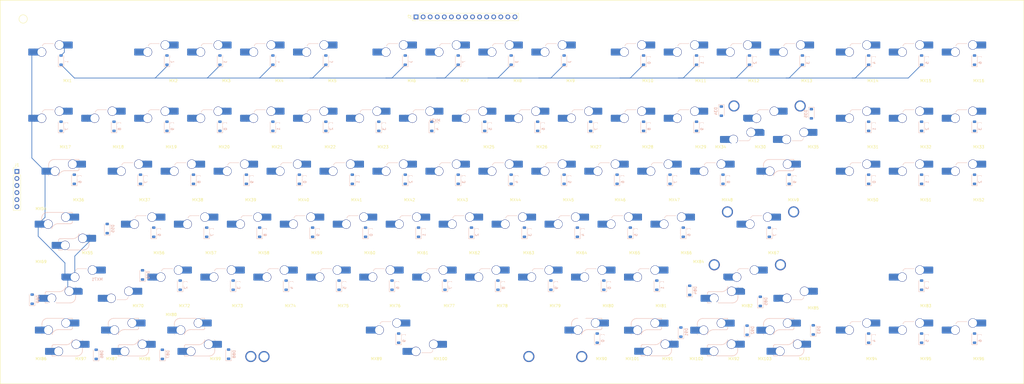
<source format=kicad_pcb>
(kicad_pcb (version 20221018) (generator pcbnew)
  (layers (0 "F.Cu" signal) (31 "B.Cu" signal) (34 "B.Paste" user) (35 "F.Paste" user) (36 "B.SilkS" user "B.Silkscreen") (37 "F.SilkS" user "F.Silkscreen") (38 "B.Mask" user) (39 "F.Mask" user) (44 "Edge.Cuts" user))
  (net 0 "")
  (net 1 "Net-(D1-A)")
  (net 2 "Net-(D2-A)")
  (net 3 "Net-(D3-A)")
  (net 4 "Net-(D4-A)")
  (net 5 "Net-(D5-A)")
  (net 6 "Net-(D6-A)")
  (net 7 "Net-(D7-A)")
  (net 8 "Net-(D8-A)")
  (net 9 "Net-(D9-A)")
  (net 10 "Net-(D10-A)")
  (net 11 "Net-(D11-A)")
  (net 12 "Net-(D12-A)")
  (net 13 "Net-(D13-A)")
  (net 14 "Net-(D14-A)")
  (net 15 "Net-(D15-A)")
  (net 16 "Net-(D16-A)")
  (net 17 "col_11")
  (net 18 "Net-(D17-A)")
  (net 19 "Net-(D18-A)")
  (net 20 "Net-(D19-A)")
  (net 21 "Net-(D20-A)")
  (net 22 "Net-(D21-A)")
  (net 23 "Net-(D22-A)")
  (net 24 "Net-(D23-A)")
  (net 25 "Net-(D24-A)")
  (net 26 "Net-(D25-A)")
  (net 27 "Net-(D26-A)")
  (net 28 "Net-(D27-A)")
  (net 29 "Net-(D28-A)")
  (net 30 "Net-(D29-A)")
  (net 31 "Net-(D31-A)")
  (net 32 "Net-(D32-A)")
  (net 33 "Net-(D33-A)")
  (net 34 "Net-(D34-A)")
  (net 35 "Net-(D35-A)")
  (net 36 "col_12")
  (net 37 "Net-(D36-A)")
  (net 38 "Net-(D37-A)")
  (net 39 "Net-(D38-A)")
  (net 40 "Net-(D39-A)")
  (net 41 "Net-(D40-A)")
  (net 42 "Net-(D41-A)")
  (net 43 "Net-(D42-A)")
  (net 44 "Net-(D43-A)")
  (net 45 "Net-(D44-A)")
  (net 46 "Net-(D45-A)")
  (net 47 "Net-(D46-A)")
  (net 48 "Net-(D47-A)")
  (net 49 "Net-(D48-A)")
  (net 50 "Net-(D49-A)")
  (net 51 "Net-(D50-A)")
  (net 52 "Net-(D51-A)")
  (net 53 "Net-(D52-A)")
  (net 54 "Net-(D55-A)")
  (net 55 "Net-(D56-A)")
  (net 56 "Net-(D57-A)")
  (net 57 "Net-(D58-A)")
  (net 58 "Net-(D59-A)")
  (net 59 "Net-(D60-A)")
  (net 60 "Net-(D61-A)")
  (net 61 "Net-(D62-A)")
  (net 62 "Net-(D63-A)")
  (net 63 "Net-(D64-A)")
  (net 64 "Net-(D65-A)")
  (net 65 "Net-(D66-A)")
  (net 66 "Net-(D67-A)")
  (net 67 "col_14")
  (net 68 "Net-(D69-A)")
  (net 69 "Net-(D70-A)")
  (net 70 "Net-(D72-A)")
  (net 71 "Net-(D73-A)")
  (net 72 "Net-(D74-A)")
  (net 73 "Net-(D75-A)")
  (net 74 "Net-(D76-A)")
  (net 75 "Net-(D77-A)")
  (net 76 "Net-(D78-A)")
  (net 77 "Net-(D79-A)")
  (net 78 "Net-(D80-A)")
  (net 79 "Net-(D81-A)")
  (net 80 "Net-(D83-A)")
  (net 81 "Net-(D84-A)")
  (net 82 "Net-(D85-A)")
  (net 83 "Net-(D86-A)")
  (net 84 "Net-(D87-A)")
  (net 85 "Net-(D88-A)")
  (net 86 "Net-(D89-A)")
  (net 87 "Net-(D90-A)")
  (net 88 "Net-(D91-A)")
  (net 89 "Net-(D92-A)")
  (net 90 "Net-(D93-A)")
  (net 91 "Net-(D94-A)")
  (net 92 "Net-(D95-A)")
  (net 93 "Net-(D96-A)")
  (net 94 "col_1")
  (net 95 "col_2")
  (net 96 "col_3")
  (net 97 "col_0")
  (net 98 "col_7")
  (net 99 "row_0")
  (net 100 "row_1")
  (net 101 "row_2")
  (net 102 "row_3")
  (net 103 "row_5")
  (net 104 "row_4")
  (net 105 "col_4")
  (net 106 "col_5")
  (net 107 "col_6")
  (net 108 "col_8")
  (net 109 "col_9")
  (net 110 "col_10")
  (net 111 "col_13")
  (footprint "marbastlib-mx:STAB_MX_P_6.25u" (layer "F.Cu") (at 210.42 159.68875 180)
    (fp_text reference "S2" hide)
    (fp_text value "Space_Stab_6.5U")
  )
  (footprint "marbastlib-mx:STAB_MX_P_7u" (layer "F.Cu") (at 222.30875 159.7175 180)
    (fp_text reference "S3" hide)
    (fp_text value "Space_Stab_7U")
  )
  (footprint "Connector_PinHeader_2.54mm:PinHeader_1x15_P2.54mm_Vertical" (layer "F.Cu") (at 219.85 44.5 90)
    (fp_text reference "J2")
    (fp_text value "Connector")
  )
  (footprint "marbastlib-mx:STAB_MX_P_2u" (layer "F.Cu") (at 346.1225 83.52875)
    (fp_text reference "S6" hide)
    (fp_text value "BCkSpace_Stab")
  )
  (footprint "marbastlib-mx:STAB_MX_P_2.75u" (layer "F.Cu") (at 339.03 140.66875)
    (fp_text reference "S4" hide)
    (fp_text value "RShift_Stab")
  )
  (footprint "marbastlib-mx:STAB_MX_2.25u" (layer "F.Cu") (at 100.87625 140.6518)
    (fp_text reference "S1" hide)
    (fp_text value "LShift_Stab")
  )
  (footprint "marbastlib-mx:STAB_MX_P_2.25u" (layer "F.Cu") (at 343.78 121.62875)
    (fp_text reference "S5" hide)
    (fp_text value "Enter_Stab")
  )
  (footprint "Connector_PinHeader_2.54mm:PinHeader_1x06_P2.54mm_Vertical" (layer "F.Cu") (at 76.25 100.09)
    (fp_text reference "J1")
    (fp_text value "Connector")
  )
  (footprint "Diode_SMD:D_SOD-123" (layer "B.Cu") (at 104.775 165.89375 90)
    (fp_text reference "D86")
    (fp_text value "D_Small")
  )
  (footprint "Diode_SMD:D_SOD-123" (layer "B.Cu") (at 154.05625 141.01375 90)
    (fp_text reference "D73")
    (fp_text value "D_Small")
  )
  (footprint "marbastlib-mx:SW_MX_HS_S_1u" (layer "B.Cu") (at 117.55375 102.5525 180)
    (fp_text reference "MX37")
    (fp_text value "Q" hide)
  )
  (footprint "Diode_SMD:D_SOD-123" (layer "B.Cu") (at 362.06625 79.34625 -90)
    (fp_text reference "D35")
    (fp_text value "D_Small")
  )
  (footprint "marbastlib-mx:SW_MX_HS_S_1u" (layer "B.Cu") (at 260.42875 83.5025 180)
    (fp_text reference "MX26")
    (fp_text value "9" hide)
  )
  (footprint "marbastlib-mx:SW_MX_HS_1.5u" (layer "B.Cu") (at 327.11625 159.74375 180)
    (fp_text reference "MX102")
    (fp_text value "RClk1" hide)
  )
  (footprint "marbastlib-mx:SW_MX_HS_S_1u" (layer "B.Cu") (at 284.24125 140.6525 180)
    (fp_text reference "MX80")
    (fp_text value "." hide)
  )
  (footprint "marbastlib-mx:SW_MX_HS_S_1u" (layer "B.Cu") (at 222.34125 159.74375)
    (fp_text reference "MX100")
    (fp_text value "Space2" hide)
  )
  (footprint "Diode_SMD:D_SOD-123" (layer "B.Cu") (at 268.35625 141.01375 90)
    (fp_text reference "D79")
    (fp_text value "D_Small")
  )
  (footprint "marbastlib-mx:SW_MX_HS_S_1u" (layer "B.Cu") (at 198.51625 121.6025 180)
    (fp_text reference "MX60")
    (fp_text value "G" hide)
  )
  (footprint "Diode_SMD:D_SOD-123" (layer "B.Cu") (at 263.59375 83.86375 90)
    (fp_text reference "D26")
    (fp_text value "D_Small")
  )
  (footprint "Diode_SMD:D_SOD-123" (layer "B.Cu") (at 182.63125 121.96375 90)
    (fp_text reference "D59")
    (fp_text value "D_Small")
  )
  (footprint "Diode_SMD:D_SOD-123" (layer "B.Cu") (at 285.025 160.06375 90)
    (fp_text reference "D90")
    (fp_text value "D_Small")
  )
  (footprint "marbastlib-mx:SW_MX_HS_S_1u" (layer "B.Cu") (at 417.59125 102.5525 180)
    (fp_text reference "MX52")
    (fp_text value "PGDN" hide)
  )
  (footprint "marbastlib-mx:SW_MX_HS_1.25u" (layer "B.Cu") (at 329.485 159.7025)
    (fp_text reference "MX92")
    (fp_text value "RClk1" hide)
  )
  (footprint "marbastlib-mx:SW_MX_HS_S_1u" (layer "B.Cu") (at 169.94125 140.6525 180)
    (fp_text reference "MX74")
    (fp_text value "C" hide)
  )
  (footprint "Diode_SMD:D_SOD-123" (layer "B.Cu") (at 301.69375 83.86375 90)
    (fp_text reference "D28")
    (fp_text value "D_Small")
  )
  (footprint "marbastlib-mx:SW_MX_HS_S_1u" (layer "B.Cu") (at 100.885 140.6525 180)
    (fp_text reference "MX71")
    (fp_text value "LShift2" hide)
  )
  (footprint "Diode_SMD:D_SOD-123" (layer "B.Cu") (at 420.75625 160.06375 90)
    (fp_text reference "D96")
    (fp_text value "D_Small")
  )
  (footprint "marbastlib-mx:SW_MX_HS_S_1u" (layer "B.Cu") (at 112.7125 140.6525)
    (fp_text reference "MX70")
    (fp_text value "LShift1" hide)
  )
  (footprint "Diode_SMD:D_SOD-123" (layer "B.Cu") (at 292.16875 102.91375 90)
    (fp_text reference "D46")
    (fp_text value "D_Small")
  )
  (footprint "marbastlib-mx:SW_MX_HS_S_1u" (layer "B.Cu") (at 289.00375 102.5525 180)
    (fp_text reference "MX46")
    (fp_text value "P" hide)
  )
  (footprint "marbastlib-mx:SW_MX_HS_S_1u" (layer "B.Cu") (at 165.17875 83.5025 180)
    (fp_text reference "MX21")
    (fp_text value "4" hide)
  )
  (footprint "Diode_SMD:D_SOD-123" (layer "B.Cu") (at 296.93125 121.96375 90)
    (fp_text reference "D65")
    (fp_text value "D_Small")
  )
  (footprint "Diode_SMD:D_SOD-123" (layer "B.Cu") (at 273.11875 102.91375 90)
    (fp_text reference "D45")
    (fp_text value "D_Small")
  )
  (footprint "Diode_SMD:D_SOD-123" (layer "B.Cu") (at 173.10625 141.01375 90)
    (fp_text reference "D74")
    (fp_text value "D_Small")
  )
  (footprint "marbastlib-mx:SW_MX_HS_S_1u" (layer "B.Cu") (at 317.57875 83.5025 180)
    (fp_text reference "MX29")
    (fp_text value "=" hide)
  )
  (footprint "marbastlib-mx:SW_MX_HS_S_1u" (layer "B.Cu") (at 379.49125 159.7025 180)
    (fp_text reference "MX94")
    (fp_text value "ArrowL" hide)
  )
  (footprint "marbastlib-mx:SW_MX_HS_S_1u" (layer "B.Cu") (at 141.36625 121.6025 180)
    (fp_text reference "MX57")
    (fp_text value "S" hide)
  )
  (footprint "Diode_SMD:D_SOD-123" (layer "B.Cu") (at 315.98125 121.96375 90)
    (fp_text reference "D66")
    (fp_text value "D_Small")
  )
  (footprint "marbastlib-mx:SW_MX_HS_S_1u" (layer "B.Cu") (at 255.66625 121.6025 180)
    (fp_text reference "MX63")
    (fp_text value "K" hide)
  )
  (footprint "Diode_SMD:D_SOD-123" (layer "B.Cu") (at 108.74375 120.65 90)
    (fp_text reference "D55")
    (fp_text value "D_Small")
  )
  (footprint "Diode_SMD:D_SOD-123" (layer "B.Cu") (at 306.45625 141.01375 90)
    (fp_text reference "D81")
    (fp_text value "D_Small")
  )
  (footprint "marbastlib-mx:SW_MX_HS_S_1u" (layer "B.Cu") (at 155.65375 102.5525 180)
    (fp_text reference "MX39")
    (fp_text value "E" hide)
  )
  (footprint "Diode_SMD:D_SOD-123" (layer "B.Cu") (at 235.01875 60.05125 90)
    (fp_text reference "D7")
    (fp_text value "D_Small")
  )
  (footprint "Diode_SMD:D_SOD-123" (layer "B.Cu") (at 130.24375 83.86375 90)
    (fp_text reference "D19")
    (fp_text value "D_Small")
  )
  (footprint "marbastlib-mx:SW_MX_HS_S_1u" (layer "B.Cu") (at 203.27875 83.5025 180)
    (fp_text reference "MX23")
    (fp_text value "6" hide)
  )
  (footprint "Diode_SMD:D_SOD-123" (layer "B.Cu") (at 235.01875 102.91375 90)
    (fp_text reference "D43")
    (fp_text value "D_Small")
  )
  (footprint "marbastlib-mx:SW_MX_HS_S_1u" (layer "B.Cu") (at 136.60375 102.5525 180)
    (fp_text reference "MX38")
    (fp_text value "W" hide)
  )
  (footprint "marbastlib-mx:SW_MX_HS_S_1u" (layer "B.Cu") (at 417.59125 59.69 180)
    (fp_text reference "MX16")
    (fp_text value "Pa/Br" hide)
  )
  (footprint "marbastlib-mx:SW_MX_HS_S_1u" (layer "B.Cu") (at 210.4225 159.7025 180)
    (fp_text reference "MX89")
    (fp_text value "Space1" hide)
  )
  (footprint "marbastlib-mx:SW_MX_HS_S_1u" (layer "B.Cu") (at 417.59125 83.5025 180)
    (fp_text reference "MX33")
    (fp_text value "PGUP" hide)
  )
  (footprint "marbastlib-mx:SW_MX_HS_S_1u" (layer "B.Cu") (at 88.97875 59.69 180)
    (fp_text reference "MX1")
    (fp_text value "ESC" hide)
  )
  (footprint "Diode_SMD:D_SOD-123" (layer "B.Cu") (at 163.58125 121.96375 90)
    (fp_text reference "D58")
    (fp_text value "D_Small")
  )
  (footprint "marbastlib-mx:SW_MX_HS_S_1u" (layer "B.Cu") (at 222.32875 83.5025 180)
    (fp_text reference "MX24")
    (fp_text value "7" hide)
  )
  (footprint "marbastlib-mx:SW_MX_HS_S_1u" (layer "B.Cu") (at 146.12875 59.69 180)
    (fp_text reference "MX3")
    (fp_text value "F2" hide)
  )
  (footprint "Diode_SMD:D_SOD-123" (layer "B.Cu") (at 258.83125 121.96375 90)
    (fp_text reference "D63")
    (fp_text value "D_Small")
  )
  (footprint "marbastlib-mx:SW_MX_HS_1.25u" (layer "B.Cu") (at 115.1725 159.7025 180)
    (fp_text reference "MX87")
    (fp_text value "Start1" hide)
  )
  (footprint "marbastlib-mx:SW_MX_HS_S_1u" (layer "B.Cu") (at 188.99125 140.6525 180)
    (fp_text reference "MX75")
    (fp_text value "V" hide)
  )
  (footprint "marbastlib-mx:SW_MX_HS_S_1u" (layer "B.Cu") (at 308.05375 102.5525 180)
    (fp_text reference "MX47")
    (fp_text value "[" hide)
  )
  (footprint "marbastlib-mx:SW_MX_HS_S_1u" (layer "B.Cu") (at 398.54125 159.7025 180)
    (fp_text reference "MX95")
    (fp_text value "ArrowD" hide)
  )
  (footprint "marbastlib-mx:SW_MX_HS_S_1u" (layer "B.Cu") (at 179.46625 121.6025 180)
    (fp_text reference "MX59")
    (fp_text value "F" hide)
  )
  (footprint "Diode_SMD:D_SOD-123" (layer "B.Cu") (at 311.21875 102.91375 90)
    (fp_text reference "D47")
    (fp_text value "D_Small")
  )
  (footprint "marbastlib-mx:SW_MX_HS_S_1u" (layer "B.Cu") (at 398.54125 59.69 180)
    (fp_text reference "MX15")
    (fp_text value "SCRLK" hide)
  )
  (footprint "Diode_SMD:D_SOD-123" (layer "B.Cu") (at 249.30625 141.01375 90)
    (fp_text reference "D78")
    (fp_text value "D_Small")
  )
  (footprint "marbastlib-mx:SW_MX_HS_S_1u" (layer "B.Cu") (at 127.07875 59.69 180)
    (fp_text reference "MX2")
    (fp_text value "F1" hide)
  )
  (footprint "marbastlib-mx:SW_MX_HS_S_1u" (layer "B.Cu") (at 327.10375 102.5525 180)
    (fp_text reference "MX48")
    (fp_text value "]" hide)
  )
  (footprint "Diode_SMD:D_SOD-123" (layer "B.Cu") (at 382.65625 83.86375 90)
    (fp_text reference "D31")
    (fp_text value "D_Small")
  )
  (footprint "Diode_SMD:D_SOD-123" (layer "B.Cu") (at 401.70625 141.01375 90)
    (fp_text reference "D83")
    (fp_text value "D_Small")
  )
  (footprint "Diode_SMD:D_SOD-123" (layer "B.Cu") (at 215.96875 60.05125 90)
    (fp_text reference "D6")
    (fp_text value "D_Small")
  )
  (footprint "marbastlib-mx:SW_MX_HS_1.5u" (layer "B.Cu") (at 350.92875 159.74375 180)
    (fp_text reference "MX103")
    (fp_text value "RCtrl2" hide)
  )
  (footprint "marbastlib-mx:SW_MX_HS_S_1u" (layer "B.Cu") (at 293.76625 121.6025 180)
    (fp_text reference "MX65")
    (fp_text value ";" hide)
  )
  (footprint "Diode_SMD:D_SOD-123" (layer "B.Cu") (at 125.48125 121.96375 90)
    (fp_text reference "D56")
    (fp_text value "D_Small")
  )
  (footprint "marbastlib-mx:SW_MX_HS_S_1u" (layer "B.Cu") (at 88.97875 83.5025 180)
    (fp_text reference "MX17")
    (fp_text value "_~_" hide)
  )
  (footprint "Diode_SMD:D_SOD-123" (layer "B.Cu") (at 346.9375 121.96375 90)
    (fp_text reference "D67")
    (fp_text value "D_Small")
  )
  (footprint "Diode_SMD:D_SOD-123" (layer "B.Cu") (at 277.88125 121.96375 90)
    (fp_text reference "D64")
    (fp_text value "D_Small")
  )
  (footprint "Diode_SMD:D_SOD-123" (layer "B.Cu") (at 120.71875 102.91375 90)
    (fp_text reference "D37")
    (fp_text value "D_Small")
  )
  (footprint "marbastlib-mx:SW_MX_HS_S_1u" (layer "B.Cu") (at 122.31625 121.6025 180)
    (fp_text reference "MX56")
    (fp_text value "A" hide)
  )
  (footprint "marbastlib-mx:SW_MX_HS_S_1u" (layer "B.Cu") (at 193.75375 102.5525 180)
    (fp_text reference "MX41")
    (fp_text value "T" hide)
  )
  (footprint "marbastlib-mx:SW_MX_HS_S_1u" (layer "B.Cu") (at 217.56625 121.6025 180)
    (fp_text reference "MX61")
    (fp_text value "H" hide)
  )
  (footprint "Diode_SMD:D_SOD-123" (layer "B.Cu") (at 168.34375 83.86375 90)
    (fp_text reference "D21")
    (fp_text value "D_Small")
  )
  (footprint "marbastlib-mx:SW_MX_HS_S_1u" (layer "B.Cu") (at 379.49125 83.5025 180)
    (fp_text reference "MX31")
    (fp_text value "Ins" hide)
  )
  (footprint "marbastlib-mx:SW_MX_HS_1.25u" (layer "B.Cu") (at 305.6725 159.7025)
    (fp_text reference "MX91")
    (fp_text value "Menu1" hide)
  )
  (footprint "Diode_SMD:D_SOD-123" (layer "B.Cu") (at 401.70625 60.05125 90)
    (fp_text reference "D15")
    (fp_text value "D_Small")
  )
  (footprint "Diode_SMD:D_SOD-123" (layer "B.Cu") (at 401.70625 102.91375 90)
    (fp_text reference "D51")
    (fp_text value "D_Small")
  )
  (footprint "marbastlib-mx:SW_MX_HS_S_1u" (layer "B.Cu") (at 160.41625 121.6025 180)
    (fp_text reference "MX58")
    (fp_text value "D" hide)
  )
  (footprint "marbastlib-mx:SW_MX_HS_S_1u" (layer "B.Cu") (at 343.7725 121.6025 180)
    (fp_text reference "MX67")
    (fp_text value "Enter" hide)
  )
  (footprint "Diode_SMD:D_SOD-123" (layer "B.Cu") (at 81.75625 146.05 90)
    (fp_text reference "D69")
    (fp_text value "D_Small")
  )
  (footprint "Diode_SMD:D_SOD-123" (layer "B.Cu") (at 149.29375 60.05125 90)
    (fp_text reference "D3")
    (fp_text value "D_Small")
  )
  (footprint "marbastlib-mx:SW_MX_HS_1.75u_STP_1.25" (layer "B.Cu") (at 91.28125 121.6025 180)
    (fp_text reference "MX54")
    (fp_text value "Caps1" hide)
  )
  (footprint "Diode_SMD:D_SOD-123" (layer "B.Cu") (at 401.70625 83.86375 90)
    (fp_text reference "D32")
    (fp_text value "D_Small")
  )
  (footprint "Diode_SMD:D_SOD-123" (layer "B.Cu") (at 135.00625 141.01375 90)
    (fp_text reference "D72")
    (fp_text value "D_Small")
  )
  (footprint "marbastlib-mx:SW_MX_HS_S_1u" (layer "B.Cu") (at 346.15375 83.5025 180)
    (fp_text reference "MX30")
    (fp_text value "B.Spac2" hide)
  )
  (footprint "marbastlib-mx:SW_MX_HS_S_1u" (layer "B.Cu") (at 417.59125 159.7025 180)
    (fp_text reference "MX96")
    (fp_text value "ArrowR" hide)
  )
  (footprint "marbastlib-mx:SW_MX_HS_S_1u" (layer "B.Cu") (at 274.71625 121.6025 180)
    (fp_text reference "MX64")
    (fp_text value "L" hide)
  )
  (footprint "marbastlib-mx:SW_MX_HS_S_1u" (layer "B.Cu") (at 265.19125 140.6525 180)
    (fp_text reference "MX79")
    (fp_text value "," hide)
  )
  (footprint "marbastlib-mx:SW_MX_HS_S_1u" (layer "B.Cu") (at 298.52875 59.69 180)
    (fp_text reference "MX10")
    (fp_text value "F9" hide)
  )
  (footprint "Diode_SMD:D_SOD-123" (layer "B.Cu") (at 339.79375 60.05125 90)
    (fp_text reference "D12")
    (fp_text value "D_Small")
  )
  (footprint "Diode_SMD:D_SOD-123" (layer "B.Cu") (at 130.24375 60.05125 90)
    (fp_text reference "D2")
    (fp_text value "D_Small")
  )
  (footprint "marbastlib-mx:SW_MX_HS_S_1u" (layer "B.Cu") (at 336.62875 59.69 180)
    (fp_text reference "MX12")
    (fp_text value "F11" hide)
  )
  (footprint "marbastlib-mx:SW_MX_HS_S_1u" (layer "B.Cu") (at 298.52875 83.5025 180)
    (fp_text reference "MX28")
    (fp_text value "-" hide)
  )
  (footprint "Diode_SMD:D_SOD-123" (layer "B.Cu") (at 420.75625 102.91375 90)
    (fp_text reference "D52")
    (fp_text value "D_Small")
  )
  (footprint "marbastlib-mx:SW_MX_HS_S_1u" (layer "B.Cu") (at 231.85375 59.69 180)
    (fp_text reference "MX7")
    (fp_text value "F6" hide)
  )
  (footprint "Diode_SMD:D_SOD-123" (layer "B.Cu") (at 343.69375 146.84375 90)
    (fp_text reference "D85")
    (fp_text value "D_Small")
  )
  (footprint "Diode_SMD:D_SOD-123" (layer "B.Cu") (at 273.11875 60.05125 90)
    (fp_text reference "D9")
    (fp_text value "D_Small")
  )
  (footprint "marbastlib-mx:SW_MX_HS_S_1u" (layer "B.Cu") (at 146.12875 83.5025 180)
    (fp_text reference "MX20")
    (fp_text value "3" hide)
  )
  (footprint "marbastlib-mx:SW_MX_HS_S_1u" (layer "B.Cu") (at 379.49125 102.5525 180)
    (fp_text reference "MX50")
    (fp_text value "Del" hide)
  )
  (footprint "Diode_SMD:D_SOD-123" (layer "B.Cu") (at 187.39375 60.05125 90)
    (fp_text reference "D5")
    (fp_text value "D_Small")
  )
  (footprint "marbastlib-mx:SW_MX_HS_S_1u" (layer "B.Cu") (at 227.09125 140.6525 180)
    (fp_text reference "MX77")
    (fp_text value "N" hide)
  )
  (footprint "Diode_SMD:D_SOD-123" (layer "B.Cu") (at 96.90625 102.91375 90)
    (fp_text reference "D36")
    (fp_text value "D_Small")
  )
  (footprint "Diode_SMD:D_SOD-123" (layer "B.Cu") (at 92.14375 83.86375 90)
    (fp_text reference "D17")
    (fp_text value "D_Small")
  )
  (footprint "marbastlib-mx:SW_MX_HS_S_1u" (layer "B.Cu") (at 379.49125 59.69 180)
    (fp_text reference "MX14")
    (fp_text value "PRTSC" hide)
  )
  (footprint "Diode_SMD:D_SOD-123" (layer "B.Cu") (at 158.81875 102.91375 90)
    (fp_text reference "D39")
    (fp_text value "D_Small")
  )
  (footprint "marbastlib-mx:SW_MX_HS_S_1u" (layer "B.Cu") (at 246.14125 140.6525 180)
    (fp_text reference "MX78")
    (fp_text value "M" hide)
  )
  (footprint "marbastlib-mx:SW_MX_HS_S_1u" (layer "B.Cu") (at 339.01 140.6525 180)
    (fp_text reference "MX82")
    (fp_text value "RShift2" hide)
  )
  (footprint "marbastlib-mx:SW_MX_HS_1.25u" (layer "B.Cu") (at 281.86 159.7025 180)
    (fp_text reference "MX90")
    (fp_text value "RAlt" hide)
  )
  (footprint "marbastlib-mx:SW_MX_HS_S_1u" (layer "B.Cu") (at 150.89125 140.6525 180)
    (fp_text reference "MX73")
    (fp_text value "X" hide)
  )
  (footprint "Diode_SMD:D_SOD-123" (layer "B.Cu") (at 152.4 165.83125 90)
    (fp_text reference "D88")
    (fp_text value "D_Small")
  )
  (footprint "Diode_SMD:D_SOD-123" (layer "B.Cu") (at 121.44375 137.31875 90)
    (fp_text reference "D70")
    (fp_text value "D_Small")
  )
  (footprint "marbastlib-mx:SW_MX_HS_S_1u" (layer "B.Cu") (at 231.85375 102.5525 180)
    (fp_text reference "MX43")
    (fp_text value "U" hide)
  )
  (footprint "Diode_SMD:D_SOD-123" (layer "B.Cu") (at 382.65625 60.05125 90)
    (fp_text reference "D14")
    (fp_text value "D_Small")
  )
  (footprint "marbastlib-mx:SW_MX_HS_S_1u" (layer "B.Cu") (at 165.17875 59.69 180)
    (fp_text reference "MX4")
    (fp_text value "F3" hide)
  )
  (footprint "marbastlib-mx:SW_MX_HS_1.25u" (layer "B.Cu") (at 353.2975 159.7025)
    (fp_text reference "MX93")
    (fp_text value "RCtrl1" hide)
  )
  (footprint "Diode_SMD:D_SOD-123" (layer "B.Cu") (at 201.68125 121.96375 90)
    (fp_text reference "D60")
    (fp_text value "D_Small")
  )
  (footprint "marbastlib-mx:SW_MX_HS_S_1u" (layer "B.Cu") (at 398.54125 83.5025 180)
    (fp_text reference "MX32")
    (fp_text value "Home" hide)
  )
  (footprint "marbastlib-mx:SW_MX_HS_1.75u" (layer "B.Cu") (at 96.1225 121.6025)
    (fp_text reference "MX55")
    (fp_text value "Caps2" hide)
  )
  (footprint "Diode_SMD:D_SOD-123" (layer "B.Cu") (at 338.93125 157.225 90)
    (fp_text reference "D92")
    (fp_text value "D_Small")
  )
  (footprint "marbastlib-mx:SW_MX_HS_S_1u" (layer "B.Cu") (at 312.81625 121.6025 180)
    (fp_text reference "MX66")
    (fp_text value "'" hide)
  )
  (footprint "marbastlib-mx:SW_MX_HS_S_1u" (layer "B.Cu") (at 317.57875 59.69 180)
    (fp_text reference "MX11")
    (fp_text value "F10" hide)
  )
  (footprint "Diode_SMD:D_SOD-123" (layer "B.Cu") (at 287.40625 141.01375 90)
    (fp_text reference "D80")
    (fp_text value "D_Small")
  )
  (footprint "marbastlib-mx:SW_MX_HS_S_1u" (layer "B.Cu") (at 241.37875 83.5025 180)
    (fp_text reference "MX25")
    (fp_text value "8" hide)
  )
  (footprint "Diode_SMD:D_SOD-123" (layer "B.Cu") (at 382.65625 102.91375 90)
    (fp_text reference "D50")
    (fp_text value "D_Small")
  )
  (footprint "Diode_SMD:D_SOD-123" (layer "B.Cu") (at 382.65625 160.06375 90)
    (fp_text reference "D94")
    (fp_text value "D_Small")
  )
  (footprint "marbastlib-mx:SW_MX_HS_S_1u" (layer "B.Cu") (at 174.70375 102.5525 180)
    (fp_text reference "MX40")
    (fp_text value "R" hide)
  )
  (footprint "marbastlib-mx:SW_MX_HS_S_1u" (layer "B.Cu") (at 212.80375 102.5525 180)
    (fp_text reference "MX42")
    (fp_text value "Y" hide)
  )
  (footprint "marbastlib-mx:SW_MX_HS_S_1u" (layer "B.Cu") (at 355.6 83.5025)
    (fp_text reference "MX35")
    (fp_text value "B.Spac1" hide)
  )
  (footprint "marbastlib-mx:SW_MX_HS_1.25u" (layer "B.Cu") (at 138.985 159.7025 180)
    (fp_text reference "MX88")
    (fp_text value "LAlt1" hide)
  )
  (footprint "marbastlib-mx:SW_MX_HS_S_1u" (layer "B.Cu") (at 208.04125 140.6525 180)
    (fp_text reference "MX76")
    (fp_text value "B" hide)
  )
  (footprint "Diode_SMD:D_SOD-123" (layer "B.Cu") (at 401.70625 160.06375 90)
    (fp_text reference "D95")
    (fp_text value "D_Small")
  )
  (footprint "marbastlib-mx:SW_MX_HS_S_1u" (layer "B.Cu") (at 127.07875 83.5025 180)
    (fp_text reference "MX19")
    (fp_text value "2" hide)
  )
  (footprint "marbastlib-mx:SW_MX_HS_S_1u" (layer "B.Cu") (at 269.95375 102.5525 180)
    (fp_text reference "MX45")
    (fp_text value "O" hide)
  )
  (footprint "marbastlib-mx:SW_MX_HS_1.5u" (layer "B.Cu") (at 350.91625 102.5525 180)
    (fp_text reference "MX49")
    (fp_text value "\\" hide)
  )
  (footprint "Diode_SMD:D_SOD-123" (layer "B.Cu") (at 225.49375 83.86375 90)
    (fp_text reference "D24")
    (fp_text value "D_Small")
  )
  (footprint "marbastlib-mx:SW_MX_HS_S_1u" (layer "B.Cu") (at 108.02875 83.5025 180)
    (fp_text reference "MX18")
    (fp_text value "1" hide)
  )
  (footprint "marbastlib-mx:SW_MX_HS_S_1u" (layer "B.Cu") (at 398.54125 140.6525 180)
    (fp_text reference "MX83")
    (fp_text value "ArrowU" hide)
  )
  (footprint "Diode_SMD:D_SOD-123" (layer "B.Cu") (at 206.44375 83.86375 90)
    (fp_text reference "D23")
    (fp_text value "D_Small")
  )
  (footprint "Diode_SMD:D_SOD-123" (layer "B.Cu") (at 420.75625 60.05125 90)
    (fp_text reference "D16")
    (fp_text value "D_Small")
  )
  (footprint "Diode_SMD:D_SOD-123" (layer "B.Cu") (at 318.29375 142.875 90)
    (fp_text reference "D84")
    (fp_text value "D_Small")
  )
  (footprint "marbastlib-mx:SW_MX_HS_S_1u" (layer "B.Cu") (at 184.22875 59.69 180)
    (fp_text reference "MX5")
    (fp_text value "F4" hide)
  )
  (footprint "marbastlib-mx:SW_MX_HS_S_1u" (layer "B.Cu") (at 355.67875 59.69 180)
    (fp_text reference "MX13")
    (fp_text value "F12" hide)
  )
  (footprint "Diode_SMD:D_SOD-123" (layer "B.Cu") (at 358.84375 60.05125 90)
    (fp_text reference "D13")
    (fp_text value "D_Small")
  )
  (footprint "marbastlib-mx:SW_MX_HS_S_1u" (layer "B.Cu") (at 279.47875 83.5025 180)
    (fp_text reference "MX27")
    (fp_text value "0" hide)
  )
  (footprint "Diode_SMD:D_SOD-123" (layer "B.Cu") (at 315.11875 157.89375 90)
    (fp_text reference "D91")
    (fp_text value "D_Small")
  )
  (footprint "marbastlib-mx:SW_MX_HS_1.25u" (layer "B.Cu") (at 91.36 159.7025 180)
    (fp_text reference "MX86")
    (fp_text value "LCtrl1" hide)
  )
  (footprint "Diode_SMD:D_SOD-123" (layer "B.Cu") (at 92.14375 60.05125 90)
    (fp_text reference "D1")
    (fp_text value "D_Small")
  )
  (footprint "Diode_SMD:D_SOD-123" (layer "B.Cu") (at 168.34375 60.05125 90)
    (fp_text reference "D4")
    (fp_text value "D_Small")
  )
  (footprint "Diode_SMD:D_SOD-123" (layer "B.Cu") (at 192.15625 141.01375 90)
    (fp_text reference "D75")
    (fp_text value "D_Small")
  )
  (footprint "Diode_SMD:D_SOD-123" (layer "B.Cu") (at 239.78125 121.96375 90)
    (fp_text reference "D62")
    (fp_text value "D_Small")
  )
  (footprint "Diode_SMD:D_SOD-123" (layer "B.Cu") (at 215.96875 102.91375 90)
    (fp_text reference "D42")
    (fp_text value "D_Small")
  )
  (footprint "Diode_SMD:D_SOD-123" (layer "B.Cu") (at 320.74375 83.86375 90)
    (fp_text reference "D29")
    (fp_text value "D_Small")
  )
  (footprint "Diode_SMD:D_SOD-123" (layer "B.Cu") (at 177.86875 102.91375 90)
    (fp_text reference "D40")
    (fp_text value "D_Small")
  )
  (footprint "Diode_SMD:D_SOD-123" (layer "B.Cu") (at 301.69375 60.05125 90)
    (fp_text reference "D10")
    (fp_text value "D_Small")
  )
  (footprint "Diode_SMD:D_SOD-123" (layer "B.Cu") (at 211.20625 141.01375 90)
    (fp_text reference "D76")
    (fp_text value "D_Small")
  )
  (footprint "Diode_SMD:D_SOD-123" (layer "B.Cu") (at 254.06875 60.05125 90)
    (fp_text reference "D8")
    (fp_text value "D_Small")
  )
  (footprint "marbastlib-mx:SW_MX_HS_1.75u" (layer "B.Cu") (at 329.565 140.6525)
    (fp_text reference "MX84")
    (fp_text value "RShift1" hide)
  )
  (footprint "Diode_SMD:D_SOD-123" (layer "B.Cu") (at 187.39375 83.86375 90)
    (fp_text reference "D22")
    (fp_text value "D_Small")
  )
  (footprint "marbastlib-mx:SW_MX_HS_1.5u" (layer "B.Cu") (at 117.56625 159.74375)
    (fp_text reference "MX98")
    (fp_text value "Start2" hide)
  )
  (footprint "Diode_SMD:D_SOD-123" (layer "B.Cu") (at 220.73125 121.96375 90)
    (fp_text reference "D61")
    (fp_text value "D_Small")
  )
  (footprint "marbastlib-mx:SW_MX_HS_S_1u" (layer "B.Cu") (at 250.90375 59.69 180)
    (fp_text reference "MX8")
    (fp_text value "F7" hide)
  )
  (footprint "Diode_SMD:D_SOD-123" (layer "B.Cu") (at 320.74375 60.05125 90)
    (fp_text reference "D11")
    (fp_text value "D_Small")
  )
  (footprint "marbastlib-mx:SW_MX_HS_1.5u" (layer "B.Cu") (at 93.75375 159.74375)
    (fp_text reference "MX97")
    (fp_text value "LCtrl2" hide)
  )
  (footprint "marbastlib-mx:SW_MX_HS_S_1u" (layer "B.Cu") (at 212.80375 59.69 180)
    (fp_text reference "MX6")
    (fp_text value "F5" hide)
  )
  (footprint "Diode_SMD:D_SOD-123" (layer "B.Cu") (at 420.75625 83.86375 90)
    (fp_text reference "D33")
    (fp_text value "D_Small")
  )
  (footprint "Diode_SMD:D_SOD-123" (layer "B.Cu") (at 330.26875 102.91375 90)
    (fp_text reference "D48")
    (fp_text value "D_Small")
  )
  (footprint "marbastlib-mx:SW_MX_HS_S_1u" (layer "B.Cu") (at 269.95375 59.69 180)
    (fp_text reference "MX9")
    (fp_text value "F8" hide)
  )
  (footprint "marbastlib-mx:SW_MX_HS_S_1u" (layer "B.Cu") (at 236.61625 121.6025 180)
    (fp_text reference "MX62")
    (fp_text value "J" hide)
  )
  (footprint "marbastlib-mx:SW_MX_HS_S_1u" (layer "B.Cu") (at 303.29125 140.6525 180)
    (fp_text reference "MX81")
    (fp_text value "/" hide)
  )
  (footprint "Diode_SMD:D_SOD-123" (layer "B.Cu") (at 254.06875 102.91375 90)
    (fp_text reference "D44")
    (fp_text value "D_Small")
  )
  (footprint "marbastlib-mx:SW_MX_HS_1.5u" (layer "B.Cu") (at 303.30375 159.74375 180)
    (fp_text reference "MX101")
    (fp_text value "Menu2" hide)
  )
  (footprint "Diode_SMD:D_SOD-123" (layer "B.Cu") (at 329.68625 78.40625 -90)
    (fp_text reference "D34")
    (fp_text value "D_Small")
  )
  (footprint "Diode_SMD:D_SOD-123" (layer "B.Cu") (at 362.74375 157.1 90)
    (fp_text reference "D93")
    (fp_text value "D_Small")
  )
  (footprint "Diode_SMD:D_SOD-123" (layer "B.Cu") (at 354.08125 102.91375 90)
    (fp_text reference "D49")
    (fp_text value "D_Small")
  )
  (footprint "Diode_SMD:D_SOD-123" (layer "B.Cu") (at 144.53125 121.96375 90)
    (fp_text reference "D57")
    (fp_text value "D_Small")
  )
  (footprint "marbastlib-mx:SW_MX_HS_1.25u" (layer "B.Cu") (at 91.28125 140.6525)
    (fp_text reference "MX69")
    (fp_text value "SLShift" hide)
  )
  (footprint "Diode_SMD:D_SOD-123" (layer "B.Cu") (at 213.5875 160.06375 90)
    (fp_text reference "D89")
    (fp_text value "D_Small")
  )
  (footprint "marbastlib-mx:SW_MX_HS_S_1u" (layer "B.Cu") (at 250.90375 102.5525 180)
    (fp_text reference "MX44")
    (fp_text value "I" hide)
  )
  (footprint "Diode_SMD:D_SOD-123" (layer "B.Cu") (at 244.54375 83.86375 90)
    (fp_text reference "D25")
    (fp_text value "D_Small")
  )
  (footprint "Diode_SMD:D_SOD-123" (layer "B.Cu") (at 230.25625 141.01375 90)
    (fp_text reference "D77")
    (fp_text value "D_Small")
  )
  (footprint "marbastlib-mx:SW_MX_HS_S_1u" (layer "B.Cu") (at 184.22875 83.5025 180)
    (fp_text reference "MX22")
    (fp_text value "5" hide)
  )
  (footprint "Diode_SMD:D_SOD-123" (layer "B.Cu") (at 128.5875 165.89375 90)
    (fp_text reference "D87")
    (fp_text value "D_Small")
  )
  (footprint "marbastlib-mx:SW_MX_HS_S_1u" (layer "B.Cu") (at 355.75875 140.6525)
    (fp_text reference "MX85")
    (fp_text value "SRShift" hide)
  )
  (footprint "marbastlib-mx:SW_MX_HS_S_1u" (layer "B.Cu") (at 336.55 83.5025)
    (fp_text reference "MX34")
    (fp_text value "Extra" hide)
  )
  (footprint "marbastlib-mx:SW_MX_HS_S_1u" (layer "B.Cu") (at 398.54125 102.5525 180)
    (fp_text reference "MX51")
    (fp_text value "End" hide)
  )
  (footprint "Diode_SMD:D_SOD-123" (layer "B.Cu") (at 196.91875 102.91375 90)
    (fp_text reference "D41")
    (fp_text value "D_Small")
  )
  (footprint "marbastlib-mx:SW_MX_HS_1.5u" (layer "B.Cu") (at 93.74125 102.5525 180)
    (fp_text reference "MX36")
    (fp_text value "Tab" hide)
  )
  (footprint "Diode_SMD:D_SOD-123" (layer "B.Cu") (at 149.29375 83.86375 90)
    (fp_text reference "D20")
    (fp_text value "D_Small")
  )
  (footprint "marbastlib-mx:SW_MX_HS_S_1u" (layer "B.Cu") (at 131.84125 140.6525 180)
    (fp_text reference "MX72")
    (fp_text value "Z" hide)
  )
  (footprint "marbastlib-mx:SW_MX_HS_1.5u" (layer "B.Cu") (at 141.37875 159.74375)
    (fp_text reference "MX99")
    (fp_text value "LAlt2" hide)
  )
  (footprint "Diode_SMD:D_SOD-123" (layer "B.Cu") (at 139.76875 102.91375 90)
    (fp_text reference "D38")
    (fp_text value "D_Small")
  )
  (footprint "Diode_SMD:D_SOD-123" (layer "B.Cu") (at 282.64375 83.86375 90)
    (fp_text reference "D27")
    (fp_text value "D_Small")
  )
  (footprint "Diode_SMD:D_SOD-123" (layer "B.Cu") (at 111.19375 83.86375 90)
    (fp_text reference "D18")
    (fp_text value "D_Small")
  )
  (gr_circle (center 78.5 45.25) (end 80 45.25) (stroke (width 0.15)) (fill none) (layer "F.SilkS"))
  (gr_rect (start 70.25 38.5) (end 438.5 176.5) (stroke (width 0.15)) (fill none) (layer "F.SilkS"))
  (segment (start 93.31875 57.22625) (end 92.14375 58.40125) (width 0.25) (layer "B.Cu") (net 1))
  (segment (start 93.31875 54.61) (end 93.31875 57.22625) (width 0.25) (layer "B.Cu") (net 1))
  (segment (start 81.61875 80.9625) (end 81.61875 95.25) (width 0.25) (layer "B.Cu") (net 97))
  (segment (start 93.525 138.1125) (end 94.555 139.1425) (width 0.25) (layer "B.Cu") (net 97))
  (segment (start 103.4825 124.1425) (end 97.075 130.55) (width 0.25) (layer "B.Cu") (net 97))
  (segment (start 94.555 139.1425) (end 94.555 142.65625) (width 0.25) (layer "B.Cu") (net 97))
  (segment (start 93.525 133.013173) (end 93.525 138.1125) (width 0.25) (layer "B.Cu") (net 97))
  (segment (start 81.61875 57.15) (end 81.61875 80.9625) (width 0.25) (layer "B.Cu") (net 97))
  (segment (start 83.92125 123.409423) (end 93.525 133.013173) (width 0.25) (layer "B.Cu") (net 97))
  (segment (start 86.38125 116.6025) (end 83.92125 119.0625) (width 0.25) (layer "B.Cu") (net 97))
  (segment (start 83.92125 119.0625) (end 83.92125 123.409423) (width 0.25) (layer "B.Cu") (net 97))
  (segment (start 86.38125 100.0125) (end 86.38125 116.6025) (width 0.25) (layer "B.Cu") (net 97))
  (segment (start 81.61875 95.25) (end 86.38125 100.0125) (width 0.25) (layer "B.Cu") (net 97))
  (segment (start 94.555 142.65625) (end 95.09125 143.1925) (width 0.25) (layer "B.Cu") (net 97))
  (segment (start 95.09125 143.1925) (end 96.91625 143.1925) (width 0.25) (layer "B.Cu") (net 97))
  (segment (start 97.075 130.55) (end 97.075 138.1125) (width 0.25) (layer "B.Cu") (net 97))
  (segment (start 315.945 66.5) (end 314.25 66.5) (width 0.25) (layer "B.Cu") (net 99))
  (segment (start 333 66.5) (end 353 66.5) (width 0.25) (layer "B.Cu") (net 99))
  (segment (start 144.75 66.5) (end 163.5 66.5) (width 0.25) (layer "B.Cu") (net 99))
  (segment (start 227.25 66.5) (end 245.75 66.5) (width 0.25) (layer "B.Cu") (net 99))
  (segment (start 358.84375 61.70125) (end 354.045 66.5) (width 0.25) (layer "B.Cu") (net 99))
  (segment (start 268.32 66.5) (end 264 66.5) (width 0.25) (layer "B.Cu") (net 99))
  (segment (start 353 66.5) (end 376.75 66.5) (width 0.25) (layer "B.Cu") (net 99))
  (segment (start 293.25 66.5) (end 314.25 66.5) (width 0.25) (layer "B.Cu") (net 99))
  (segment (start 230.22 66.5) (end 227.25 66.5) (width 0.25) (layer "B.Cu") (net 99))
  (segment (start 168.34375 61.70125) (end 163.545 66.5) (width 0.25) (layer "B.Cu") (net 99))
  (segment (start 301.69375 61.70125) (end 296.895 66.5) (width 0.25) (layer "B.Cu") (net 99))
  (segment (start 273.11875 61.70125) (end 268.32 66.5) (width 0.25) (layer "B.Cu") (net 99))
  (segment (start 235.01875 61.70125) (end 230.22 66.5) (width 0.25) (layer "B.Cu") (net 99))
  (segment (start 354.045 66.5) (end 353 66.5) (width 0.25) (layer "B.Cu") (net 99))
  (segment (start 130.24375 61.70125) (end 130.24375 62.25625) (width 0.25) (layer "B.Cu") (net 99))
  (segment (start 396.9075 66.5) (end 401.70625 61.70125) (width 0.25) (layer "B.Cu") (net 99))
  (segment (start 382.65625 61.70125) (end 377.8575 66.5) (width 0.25) (layer "B.Cu") (net 99))
  (segment (start 314.25 66.5) (end 333 66.5) (width 0.25) (layer "B.Cu") (net 99))
  (segment (start 126 66.5) (end 144.75 66.5) (width 0.25) (layer "B.Cu") (net 99))
  (segment (start 182.595 66.5) (end 181.75 66.5) (width 0.25) (layer "B.Cu") (net 99))
  (segment (start 249.27 66.5) (end 245.75 66.5) (width 0.25) (layer "B.Cu") (net 99))
  (segment (start 296.895 66.5) (end 293.25 66.5) (width 0.25) (layer "B.Cu") (net 99))
  (segment (start 264 66.5) (end 293.25 66.5) (width 0.25) (layer "B.Cu") (net 99))
  (segment (start 377.8575 66.5) (end 376.75 66.5) (width 0.25) (layer "B.Cu") (net 99))
  (segment (start 130.24375 62.25625) (end 126 66.5) (width 0.25) (layer "B.Cu") (net 99))
  (segment (start 211.17 66.5) (end 209 66.5) (width 0.25) (layer "B.Cu") (net 99))
  (segment (start 209 66.5) (end 227.25 66.5) (width 0.25) (layer "B.Cu") (net 99))
  (segment (start 181.75 66.5) (end 209 66.5) (width 0.25) (layer "B.Cu") (net 99))
  (segment (start 187.39375 61.70125) (end 182.595 66.5) (width 0.25) (layer "B.Cu") (net 99))
  (segment (start 149.29375 61.95625) (end 144.75 66.5) (width 0.25) (layer "B.Cu") (net 99))
  (segment (start 92.14375 61.70125) (end 96.9425 66.5) (width 0.25) (layer "B.Cu") (net 99))
  (segment (start 149.29375 61.70125) (end 149.29375 61.95625) (width 0.25) (layer "B.Cu") (net 99))
  (segment (start 163.5 66.5) (end 181.75 66.5) (width 0.25) (layer "B.Cu") (net 99))
  (segment (start 215.96875 61.70125) (end 211.17 66.5) (width 0.25) (layer "B.Cu") (net 99))
  (segment (start 254.06875 61.70125) (end 249.27 66.5) (width 0.25) (layer "B.Cu") (net 99))
  (segment (start 320.74375 61.70125) (end 315.945 66.5) (width 0.25) (layer "B.Cu") (net 99))
  (segment (start 245.75 66.5) (end 264 66.5) (width 0.25) (layer "B.Cu") (net 99))
  (segment (start 376.75 66.5) (end 396.9075 66.5) (width 0.25) (layer "B.Cu") (net 99))
  (segment (start 163.545 66.5) (end 163.5 66.5) (width 0.25) (layer "B.Cu") (net 99))
  (segment (start 96.9425 66.5) (end 126 66.5) (width 0.25) (layer "B.Cu") (net 99))
  (segment (start 334.995 66.5) (end 333 66.5) (width 0.25) (layer "B.Cu") (net 99))
  (segment (start 339.79375 61.70125) (end 334.995 66.5) (width 0.25) (layer "B.Cu") (net 99))
)
</source>
